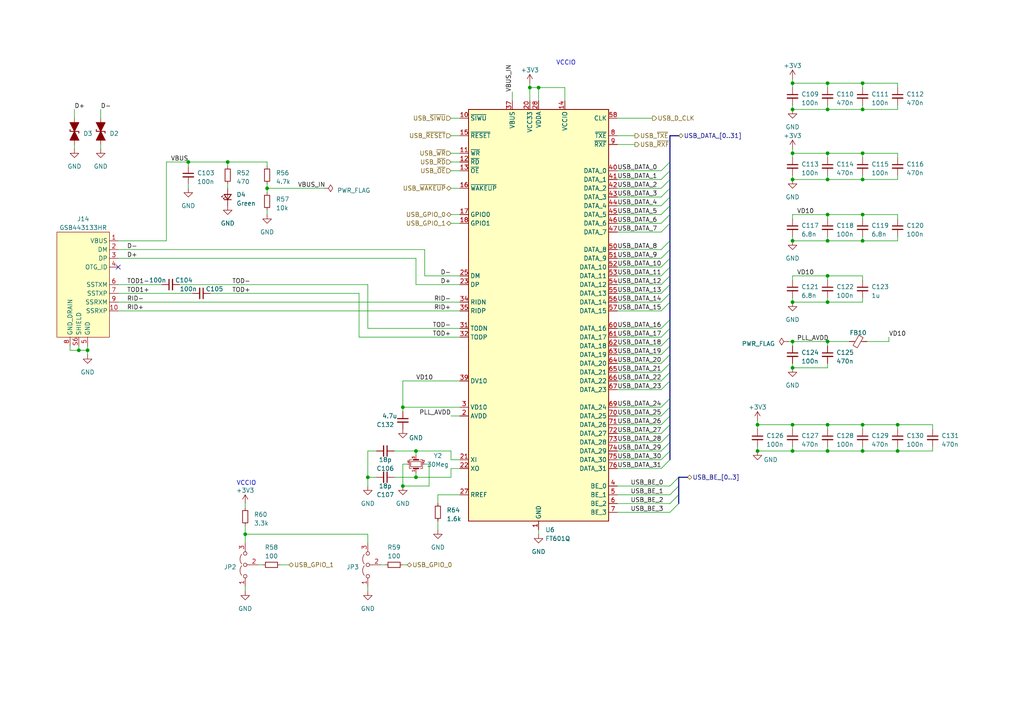
<source format=kicad_sch>
(kicad_sch (version 20250114) (generator "eeschema") (generator_version "9.0")
  (paper "A4")
  (lib_symbols
    (symbol "BioMEMS:GSB443133HR"
      (property "Reference" "J" (at 0 0 0))
      (property "Value" "GSB443133HR" (at 0 0 0))
      (symbol "GSB443133HR_1_1"
        (rectangle (start -7.62 -1.27) (end 7.62 -31.75) (fill (type background)))
        (pin bidirectional line (at -3.81 -34.29 90) (length 2.54) (name "GND_DRAIN") (number "8"))
        (pin passive line (at -1.27 -34.29 180) (length 0) (hide yes) (name "SHIELD") (number "S1"))
        (pin passive line (at -1.27 -34.29 180) (length 0) (hide yes) (name "SHIELD") (number "S2"))
        (pin passive line (at -1.27 -34.29 180) (length 0) (hide yes) (name "SHIELD") (number "S3"))
        (pin passive line (at -1.27 -34.29 180) (length 0) (hide yes) (name "SHIELD") (number "S4"))
        (pin passive line (at -1.27 -34.29 180) (length 0) (hide yes) (name "SHIELD") (number "S5"))
        (pin passive line (at -1.27 -34.29 90) (length 2.54) (name "SHIELD") (number "S6"))
        (pin bidirectional line (at 1.27 -34.29 90) (length 2.54) (name "GND") (number "5"))
        (pin power_out line (at 10.16 -3.81 180) (length 2.54) (name "VBUS") (number "1"))
        (pin bidirectional line (at 10.16 -6.35 180) (length 2.54) (name "DM") (number "2"))
        (pin bidirectional line (at 10.16 -8.89 180) (length 2.54) (name "DP") (number "3"))
        (pin bidirectional line (at 10.16 -11.43 180) (length 2.54) (name "OTG_ID") (number "4"))
        (pin bidirectional line (at 10.16 -16.51 180) (length 2.54) (name "SSTXM") (number "6"))
        (pin bidirectional line (at 10.16 -19.05 180) (length 2.54) (name "SSTXP") (number "7"))
        (pin bidirectional line (at 10.16 -21.59 180) (length 2.54) (name "SSRXM") (number "9"))
        (pin bidirectional line (at 10.16 -24.13 180) (length 2.54) (name "SSRXP") (number "10"))
      )
    )
    (symbol "Device:C_Small" (pin_numbers (hide yes)) (pin_names (offset 0.254) (hide yes))
      (property "Reference" "C" (at 0.254 1.778 0))
      (property "Value" "C_Small" (at 0.254 -2.032 0))
      (symbol "C_Small_0_1"
        (polyline (pts (xy -1.524 0.508) (xy 1.524 0.508)) (stroke (width 0.3048)))
        (polyline (pts (xy -1.524 -0.508) (xy 1.524 -0.508)) (stroke (width 0.3302)))
      )
      (symbol "C_Small_1_1"
        (pin passive line (at 0 2.54 270) (length 2.032) (name "~") (number "1"))
        (pin passive line (at 0 -2.54 90) (length 2.032) (name "~") (number "2"))
      )
    )
    (symbol "Device:Crystal_GND24_Small" (pin_names (offset 1.016) (hide yes))
      (property "Reference" "Y" (at 1.27 4.445 0))
      (property "Value" "Crystal_GND24_Small" (at 1.27 2.54 0))
      (symbol "Crystal_GND24_Small_0_1"
        (polyline (pts (xy -1.27 1.27) (xy -1.27 1.905) (xy 1.27 1.905) (xy 1.27 1.27)))
        (polyline (pts (xy -1.27 -0.762) (xy -1.27 0.762)) (stroke (width 0.381)))
        (polyline (pts (xy -1.27 -1.27) (xy -1.27 -1.905) (xy 1.27 -1.905) (xy 1.27 -1.27)))
        (rectangle (start -0.762 -1.524) (end 0.762 1.524))
        (polyline (pts (xy 1.27 -0.762) (xy 1.27 0.762)) (stroke (width 0.381)))
      )
      (symbol "Crystal_GND24_Small_1_1"
        (pin passive line (at -2.54 0 0) (length 1.27) (name "1") (number "1"))
        (pin passive line (at 0 2.54 270) (length 0.635) (name "4") (number "4"))
        (pin passive line (at 0 -2.54 90) (length 0.635) (name "2") (number "2"))
        (pin passive line (at 2.54 0 180) (length 1.27) (name "3") (number "3"))
      )
    )
    (symbol "Device:D_TVS_Filled" (pin_numbers (hide yes)) (pin_names (offset 1.016) (hide yes))
      (property "Reference" "D" (at 0 2.54 0))
      (property "Value" "D_TVS_Filled" (at 0 -2.54 0))
      (symbol "D_TVS_Filled_0_1"
        (polyline (pts (xy -2.54 -1.27) (xy 0 0) (xy -2.54 1.27) (xy -2.54 -1.27)) (stroke (width 0.254)) (fill (type outline)))
        (polyline (pts (xy 0.508 1.27) (xy 0 1.27) (xy 0 -1.27) (xy -0.508 -1.27)) (stroke (width 0.254)))
        (polyline (pts (xy 1.27 0) (xy -1.27 0)))
        (polyline (pts (xy 2.54 1.27) (xy 2.54 -1.27) (xy 0 0) (xy 2.54 1.27)) (stroke (width 0.254)) (fill (type outline)))
      )
      (symbol "D_TVS_Filled_1_1"
        (pin passive line (at -3.81 0 0) (length 2.54) (name "A1") (number "1"))
        (pin passive line (at 3.81 0 180) (length 2.54) (name "A2") (number "2"))
      )
    )
    (symbol "Device:FerriteBead_Small" (pin_numbers (hide yes)) (pin_names (offset 0))
      (property "Reference" "FB" (at 1.905 1.27 0))
      (property "Value" "FerriteBead_Small" (at 1.905 -1.27 0))
      (symbol "FerriteBead_Small_0_1"
        (polyline (pts (xy -1.8288 0.2794) (xy -1.1176 1.4986) (xy 1.8288 -0.2032) (xy 1.1176 -1.4224) (xy -1.8288 0.2794)))
        (polyline (pts (xy 0 0.889) (xy 0 1.2954)))
        (polyline (pts (xy 0 -1.27) (xy 0 -0.7874)))
      )
      (symbol "FerriteBead_Small_1_1"
        (pin passive line (at 0 2.54 270) (length 1.27) (name "~") (number "1"))
        (pin passive line (at 0 -2.54 90) (length 1.27) (name "~") (number "2"))
      )
    )
    (symbol "Device:LED_Small" (pin_numbers (hide yes)) (pin_names (offset 0.254) (hide yes))
      (property "Reference" "D" (at -1.27 3.175 0))
      (property "Value" "LED_Small" (at -4.445 -2.54 0))
      (symbol "LED_Small_0_1"
        (polyline (pts (xy -0.762 -1.016) (xy -0.762 1.016)) (stroke (width 0.254)))
        (polyline (pts (xy 0 0.762) (xy -0.508 1.27) (xy -0.254 1.27) (xy -0.508 1.27) (xy -0.508 1.016)))
        (polyline (pts (xy 0.508 1.27) (xy 0 1.778) (xy 0.254 1.778) (xy 0 1.778) (xy 0 1.524)))
        (polyline (pts (xy 0.762 -1.016) (xy -0.762 0) (xy 0.762 1.016) (xy 0.762 -1.016)) (stroke (width 0.254)))
        (polyline (pts (xy 1.016 0) (xy -0.762 0)))
      )
      (symbol "LED_Small_1_1"
        (pin passive line (at -2.54 0 0) (length 1.778) (name "K") (number "1"))
        (pin passive line (at 2.54 0 180) (length 1.778) (name "A") (number "2"))
      )
    )
    (symbol "Device:R_Small" (pin_numbers (hide yes)) (pin_names (offset 0.254) (hide yes))
      (property "Reference" "R" (at 0.762 0.508 0))
      (property "Value" "R_Small" (at 0.762 -1.016 0))
      (symbol "R_Small_0_1"
        (rectangle (start -0.762 1.778) (end 0.762 -1.778) (stroke (width 0.2032)))
      )
      (symbol "R_Small_1_1"
        (pin passive line (at 0 2.54 270) (length 0.762) (name "~") (number "1"))
        (pin passive line (at 0 -2.54 90) (length 0.762) (name "~") (number "2"))
      )
    )
    (symbol "Interface_USB:FT601Q"
      (property "Reference" "U" (at -19.05 62.23 0))
      (property "Value" "FT601Q" (at 16.51 62.23 0))
      (symbol "FT601Q_0_1"
        (rectangle (start -20.32 60.96) (end 20.32 -58.42) (stroke (width 0.254)) (fill (type background)))
      )
      (symbol "FT601Q_1_1"
        (pin input line (at -22.86 58.42 0) (length 2.54) (name "~{SIWU}") (number "10"))
        (pin input line (at -22.86 53.34 0) (length 2.54) (name "~{RESET}") (number "15"))
        (pin input line (at -22.86 48.26 0) (length 2.54) (name "~{WR}") (number "11"))
        (pin input line (at -22.86 45.72 0) (length 2.54) (name "~{RD}") (number "12"))
        (pin input line (at -22.86 43.18 0) (length 2.54) (name "~{OE}") (number "13"))
        (pin bidirectional line (at -22.86 38.1 0) (length 2.54) (name "~{WAKEUP}") (number "16"))
        (pin bidirectional line (at -22.86 30.48 0) (length 2.54) (name "GPIO0") (number "17"))
        (pin bidirectional line (at -22.86 27.94 0) (length 2.54) (name "GPIO1") (number "18"))
        (pin bidirectional line (at -22.86 12.7 0) (length 2.54) (name "DM") (number "25"))
        (pin bidirectional line (at -22.86 10.16 0) (length 2.54) (name "DP") (number "23"))
        (pin input line (at -22.86 5.08 0) (length 2.54) (name "RIDN") (number "34"))
        (pin input line (at -22.86 2.54 0) (length 2.54) (name "RIDP") (number "35"))
        (pin output line (at -22.86 -2.54 0) (length 2.54) (name "TODN") (number "31"))
        (pin output line (at -22.86 -5.08 0) (length 2.54) (name "TODP") (number "32"))
        (pin power_out line (at -22.86 -17.78 0) (length 2.54) (name "DV10") (number "39"))
        (pin power_in line (at -22.86 -25.4 0) (length 2.54) (name "VD10") (number "3"))
        (pin passive line (at -22.86 -25.4 0) (length 2.54) (hide yes) (name "VD10") (number "30"))
        (pin passive line (at -22.86 -25.4 0) (length 2.54) (hide yes) (name "VD10") (number "33"))
        (pin passive line (at -22.86 -25.4 0) (length 2.54) (hide yes) (name "VD10") (number "48"))
        (pin power_in line (at -22.86 -27.94 0) (length 2.54) (name "AVDD") (number "2"))
        (pin input line (at -22.86 -40.64 0) (length 2.54) (name "XI") (number "21"))
        (pin output line (at -22.86 -43.18 0) (length 2.54) (name "XO") (number "22"))
        (pin input line (at -22.86 -50.8 0) (length 2.54) (name "RREF") (number "27"))
        (pin no_connect line (at -20.32 -48.26 0) (length 2.54) (hide yes) (name "Reserved") (number "19"))
        (pin power_in line (at -7.62 63.5 270) (length 2.54) (name "VBUS") (number "37"))
        (pin power_in line (at -2.54 63.5 270) (length 2.54) (name "VCC33") (number "20"))
        (pin passive line (at -2.54 63.5 270) (length 2.54) (hide yes) (name "VCC33") (number "24"))
        (pin passive line (at -2.54 63.5 270) (length 2.54) (hide yes) (name "VCC33") (number "38"))
        (pin power_in line (at 0 63.5 270) (length 2.54) (name "VDDA") (number "28"))
        (pin power_in line (at 0 -60.96 90) (length 2.54) (name "GND") (number "1"))
        (pin passive line (at 0 -60.96 90) (length 2.54) (hide yes) (name "GND") (number "26"))
        (pin passive line (at 0 -60.96 90) (length 2.54) (hide yes) (name "GND") (number "29"))
        (pin passive line (at 0 -60.96 90) (length 2.54) (hide yes) (name "GND") (number "36"))
        (pin passive line (at 0 -60.96 90) (length 2.54) (hide yes) (name "GND") (number "77"))
        (pin power_in line (at 7.62 63.5 270) (length 2.54) (name "VCCIO") (number "14"))
        (pin passive line (at 7.62 63.5 270) (length 2.54) (hide yes) (name "VCCIO") (number "49"))
        (pin passive line (at 7.62 63.5 270) (length 2.54) (hide yes) (name "VCCIO") (number "59"))
        (pin passive line (at 7.62 63.5 270) (length 2.54) (hide yes) (name "VCCIO") (number "68"))
        (pin output line (at 22.86 58.42 180) (length 2.54) (name "CLK") (number "58"))
        (pin output line (at 22.86 53.34 180) (length 2.54) (name "~{TXE}") (number "8"))
        (pin output line (at 22.86 50.8 180) (length 2.54) (name "~{RXF}") (number "9"))
        (pin bidirectional line (at 22.86 43.18 180) (length 2.54) (name "DATA_0") (number "40"))
        (pin bidirectional line (at 22.86 40.64 180) (length 2.54) (name "DATA_1") (number "41"))
        (pin bidirectional line (at 22.86 38.1 180) (length 2.54) (name "DATA_2") (number "42"))
        (pin bidirectional line (at 22.86 35.56 180) (length 2.54) (name "DATA_3") (number "43"))
        (pin bidirectional line (at 22.86 33.02 180) (length 2.54) (name "DATA_4") (number "44"))
        (pin bidirectional line (at 22.86 30.48 180) (length 2.54) (name "DATA_5") (number "45"))
        (pin bidirectional line (at 22.86 27.94 180) (length 2.54) (name "DATA_6") (number "46"))
        (pin bidirectional line (at 22.86 25.4 180) (length 2.54) (name "DATA_7") (number "47"))
        (pin bidirectional line (at 22.86 20.32 180) (length 2.54) (name "DATA_8") (number "50"))
        (pin bidirectional line (at 22.86 17.78 180) (length 2.54) (name "DATA_9") (number "51"))
        (pin bidirectional line (at 22.86 15.24 180) (length 2.54) (name "DATA_10") (number "52"))
        (pin bidirectional line (at 22.86 12.7 180) (length 2.54) (name "DATA_11") (number "53"))
        (pin bidirectional line (at 22.86 10.16 180) (length 2.54) (name "DATA_12") (number "54"))
        (pin bidirectional line (at 22.86 7.62 180) (length 2.54) (name "DATA_13") (number "55"))
        (pin bidirectional line (at 22.86 5.08 180) (length 2.54) (name "DATA_14") (number "56"))
        (pin bidirectional line (at 22.86 2.54 180) (length 2.54) (name "DATA_15") (number "57"))
        (pin bidirectional line (at 22.86 -2.54 180) (length 2.54) (name "DATA_16") (number "60"))
        (pin bidirectional line (at 22.86 -5.08 180) (length 2.54) (name "DATA_17") (number "61"))
        (pin bidirectional line (at 22.86 -7.62 180) (length 2.54) (name "DATA_18") (number "62"))
        (pin bidirectional line (at 22.86 -10.16 180) (length 2.54) (name "DATA_19") (number "63"))
        (pin bidirectional line (at 22.86 -12.7 180) (length 2.54) (name "DATA_20") (number "64"))
        (pin bidirectional line (at 22.86 -15.24 180) (length 2.54) (name "DATA_21") (number "65"))
        (pin bidirectional line (at 22.86 -17.78 180) (length 2.54) (name "DATA_22") (number "66"))
        (pin bidirectional line (at 22.86 -20.32 180) (length 2.54) (name "DATA_23") (number "67"))
        (pin bidirectional line (at 22.86 -25.4 180) (length 2.54) (name "DATA_24") (number "69"))
        (pin bidirectional line (at 22.86 -27.94 180) (length 2.54) (name "DATA_25") (number "70"))
        (pin bidirectional line (at 22.86 -30.48 180) (length 2.54) (name "DATA_26") (number "71"))
        (pin bidirectional line (at 22.86 -33.02 180) (length 2.54) (name "DATA_27") (number "72"))
        (pin bidirectional line (at 22.86 -35.56 180) (length 2.54) (name "DATA_28") (number "73"))
        (pin bidirectional line (at 22.86 -38.1 180) (length 2.54) (name "DATA_29") (number "74"))
        (pin bidirectional line (at 22.86 -40.64 180) (length 2.54) (name "DATA_30") (number "75"))
        (pin bidirectional line (at 22.86 -43.18 180) (length 2.54) (name "DATA_31") (number "76"))
        (pin bidirectional line (at 22.86 -48.26 180) (length 2.54) (name "BE_0") (number "4"))
        (pin bidirectional line (at 22.86 -50.8 180) (length 2.54) (name "BE_1") (number "5"))
        (pin bidirectional line (at 22.86 -53.34 180) (length 2.54) (name "BE_2") (number "6"))
        (pin bidirectional line (at 22.86 -55.88 180) (length 2.54) (name "BE_3") (number "7"))
      )
    )
    (symbol "Jumper:Jumper_3_Open" (pin_names (offset 0) (hide yes))
      (property "Reference" "JP" (at -2.54 -2.54 0))
      (property "Value" "Jumper_3_Open" (at 0 2.794 0))
      (symbol "Jumper_3_Open_0_0"
        (circle (center -3.302 0) (radius 0.508))
        (circle (center 0 0) (radius 0.508))
        (circle (center 3.302 0) (radius 0.508))
      )
      (symbol "Jumper_3_Open_0_1"
        (arc (start -3.048 1.016) (mid -1.651 1.4992) (end -0.254 1.016))
        (polyline (pts (xy 0 -0.508) (xy 0 -1.27)))
        (arc (start 0.254 1.016) (mid 1.651 1.4992) (end 3.048 1.016))
      )
      (symbol "Jumper_3_Open_1_1"
        (pin passive line (at -6.35 0 0) (length 2.54) (name "A") (number "1"))
        (pin passive line (at 0 -3.81 90) (length 2.54) (name "C") (number "2"))
        (pin passive line (at 6.35 0 180) (length 2.54) (name "B") (number "3"))
      )
    )
    (symbol "power:+3V3" (power) (pin_names (offset 0))
      (property "Value" "+3V3" (at 0 3.556 0))
      (symbol "+3V3_0_1"
        (polyline (pts (xy -0.762 1.27) (xy 0 2.54)))
        (polyline (pts (xy 0 2.54) (xy 0.762 1.27)))
        (polyline (pts (xy 0 0) (xy 0 2.54)))
      )
      (symbol "+3V3_1_1"
        (pin power_in line (at 0 0 90) (length 0) (hide yes) (name "+3V3") (number "1"))
      )
    )
    (symbol "power:GND" (power) (pin_names (offset 0))
      (property "Value" "GND" (at 0 -3.81 0))
      (symbol "GND_0_1"
        (polyline (pts (xy 0 0) (xy 0 -1.27) (xy 1.27 -1.27) (xy 0 -2.54) (xy -1.27 -1.27) (xy 0 -1.27)))
      )
      (symbol "GND_1_1"
        (pin power_in line (at 0 0 270) (length 0) (hide yes) (name "GND") (number "1"))
      )
    )
    (symbol "power:PWR_FLAG" (power) (pin_numbers (hide yes)) (pin_names (offset 0) (hide yes))
      (property "Value" "PWR_FLAG" (at 0 3.81 0))
      (symbol "PWR_FLAG_0_0"
        (pin power_out line (at 0 0 90) (length 0) (name "pwr") (number "1"))
      )
      (symbol "PWR_FLAG_0_1"
        (polyline (pts (xy 0 0) (xy 0 1.27) (xy -1.016 1.905) (xy 0 2.54) (xy 1.016 1.905) (xy 0 1.27)))
      )
    )
  )
  (text "VCCIO" (at 68.58 140.97 0) (effects (font (size 1.27 1.27)) (justify left bottom)))
  (text "VCCIO" (at 161.29 19.05 0) (effects (font (size 1.27 1.27)) (justify left bottom)))
  (junction (at 229.87 87.63))
  (junction (at 71.12 154.94))
  (junction (at 229.87 123.19))
  (junction (at 66.04 46.99))
  (junction (at 120.65 130.81))
  (junction (at 219.71 123.19))
  (junction (at 260.35 130.81))
  (junction (at 116.84 140.97))
  (junction (at 229.87 31.75))
  (junction (at 240.03 52.07))
  (junction (at 240.03 80.01))
  (junction (at 156.21 25.4))
  (junction (at 250.19 52.07))
  (junction (at 229.87 99.06))
  (junction (at 240.03 62.23))
  (junction (at 219.71 130.81))
  (junction (at 240.03 87.63))
  (junction (at 250.19 62.23))
  (junction (at 106.68 138.43))
  (junction (at 250.19 123.19))
  (junction (at 250.19 31.75))
  (junction (at 250.19 69.85))
  (junction (at 250.19 44.45))
  (junction (at 240.03 99.06))
  (junction (at 240.03 69.85))
  (junction (at 116.84 118.11))
  (junction (at 229.87 130.81))
  (junction (at 240.03 24.13))
  (junction (at 25.4 101.6))
  (junction (at 54.61 46.99))
  (junction (at 250.19 24.13))
  (junction (at 229.87 106.68))
  (junction (at 240.03 44.45))
  (junction (at 250.19 130.81))
  (junction (at 120.65 138.43))
  (junction (at 240.03 130.81))
  (junction (at 240.03 31.75))
  (junction (at 229.87 69.85))
  (junction (at 260.35 123.19))
  (junction (at 153.67 25.4))
  (junction (at 77.47 54.61))
  (junction (at 229.87 52.07))
  (junction (at 240.03 123.19))
  (junction (at 229.87 24.13))
  (junction (at 22.86 101.6))
  (junction (at 229.87 44.45))
  (no_connect (at 34.29 77.47))
  (bus_entry (at 191.77 110.49) (size 2.54 -2.54))
  (bus_entry (at 191.77 105.41) (size 2.54 -2.54))
  (bus_entry (at 191.77 100.33) (size 2.54 -2.54))
  (bus_entry (at 191.77 77.47) (size 2.54 -2.54))
  (bus_entry (at 191.77 133.35) (size 2.54 -2.54))
  (bus_entry (at 191.77 90.17) (size 2.54 -2.54))
  (bus_entry (at 191.77 120.65) (size 2.54 -2.54))
  (bus_entry (at 194.31 140.97) (size 2.54 -2.54))
  (bus_entry (at 191.77 95.25) (size 2.54 -2.54))
  (bus_entry (at 194.31 148.59) (size 2.54 -2.54))
  (bus_entry (at 191.77 54.61) (size 2.54 -2.54))
  (bus_entry (at 191.77 62.23) (size 2.54 -2.54))
  (bus_entry (at 191.77 97.79) (size 2.54 -2.54))
  (bus_entry (at 191.77 57.15) (size 2.54 -2.54))
  (bus_entry (at 191.77 135.89) (size 2.54 -2.54))
  (bus_entry (at 191.77 80.01) (size 2.54 -2.54))
  (bus_entry (at 191.77 118.11) (size 2.54 -2.54))
  (bus_entry (at 191.77 123.19) (size 2.54 -2.54))
  (bus_entry (at 191.77 107.95) (size 2.54 -2.54))
  (bus_entry (at 191.77 125.73) (size 2.54 -2.54))
  (bus_entry (at 191.77 85.09) (size 2.54 -2.54))
  (bus_entry (at 191.77 87.63) (size 2.54 -2.54))
  (bus_entry (at 191.77 113.03) (size 2.54 -2.54))
  (bus_entry (at 194.31 143.51) (size 2.54 -2.54))
  (bus_entry (at 191.77 49.53) (size 2.54 -2.54))
  (bus_entry (at 191.77 74.93) (size 2.54 -2.54))
  (bus_entry (at 191.77 52.07) (size 2.54 -2.54))
  (bus_entry (at 191.77 67.31) (size 2.54 -2.54))
  (bus_entry (at 191.77 59.69) (size 2.54 -2.54))
  (bus_entry (at 194.31 146.05) (size 2.54 -2.54))
  (bus_entry (at 191.77 130.81) (size 2.54 -2.54))
  (bus_entry (at 191.77 82.55) (size 2.54 -2.54))
  (bus_entry (at 191.77 64.77) (size 2.54 -2.54))
  (bus_entry (at 191.77 128.27) (size 2.54 -2.54))
  (bus_entry (at 191.77 102.87) (size 2.54 -2.54))
  (bus_entry (at 191.77 72.39) (size 2.54 -2.54))
  (wire (pts (xy 179.07 146.05) (xy 194.31 146.05)))
  (bus (pts (xy 194.31 46.99) (xy 194.31 39.37)))
  (wire (pts (xy 179.07 90.17) (xy 191.77 90.17)))
  (wire (pts (xy 250.19 31.75) (xy 260.35 31.75)))
  (wire (pts (xy 257.81 97.79) (xy 257.81 99.06)))
  (wire (pts (xy 179.07 49.53) (xy 191.77 49.53)))
  (wire (pts (xy 260.35 123.19) (xy 260.35 124.46)))
  (wire (pts (xy 179.07 100.33) (xy 191.77 100.33)))
  (wire (pts (xy 66.04 48.26) (xy 66.04 46.99)))
  (wire (pts (xy 127 143.51) (xy 127 146.05)))
  (bus (pts (xy 194.31 87.63) (xy 194.31 85.09)))
  (wire (pts (xy 250.19 80.01) (xy 250.19 81.28)))
  (wire (pts (xy 66.04 53.34) (xy 66.04 54.61)))
  (wire (pts (xy 229.87 86.36) (xy 229.87 87.63)))
  (wire (pts (xy 21.59 41.91) (xy 21.59 43.18)))
  (bus (pts (xy 194.31 52.07) (xy 194.31 49.53)))
  (wire (pts (xy 130.81 135.89) (xy 130.81 138.43)))
  (wire (pts (xy 240.03 123.19) (xy 250.19 123.19)))
  (wire (pts (xy 71.12 146.05) (xy 71.12 147.32)))
  (wire (pts (xy 179.07 102.87) (xy 191.77 102.87)))
  (wire (pts (xy 240.03 31.75) (xy 250.19 31.75)))
  (wire (pts (xy 153.67 24.13) (xy 153.67 25.4)))
  (wire (pts (xy 106.68 154.94) (xy 71.12 154.94)))
  (wire (pts (xy 29.21 41.91) (xy 29.21 43.18)))
  (wire (pts (xy 179.07 59.69) (xy 191.77 59.69)))
  (wire (pts (xy 120.65 82.55) (xy 120.65 74.93)))
  (wire (pts (xy 250.19 24.13) (xy 260.35 24.13)))
  (bus (pts (xy 194.31 57.15) (xy 194.31 54.61)))
  (wire (pts (xy 240.03 62.23) (xy 250.19 62.23)))
  (wire (pts (xy 179.07 67.31) (xy 191.77 67.31)))
  (wire (pts (xy 71.12 154.94) (xy 71.12 157.48)))
  (wire (pts (xy 179.07 128.27) (xy 191.77 128.27)))
  (wire (pts (xy 156.21 25.4) (xy 163.83 25.4)))
  (wire (pts (xy 260.35 24.13) (xy 260.35 25.4)))
  (wire (pts (xy 133.35 110.49) (xy 116.84 110.49)))
  (bus (pts (xy 194.31 118.11) (xy 194.31 115.57)))
  (bus (pts (xy 194.31 110.49) (xy 194.31 107.95)))
  (wire (pts (xy 179.07 133.35) (xy 191.77 133.35)))
  (wire (pts (xy 240.03 105.41) (xy 240.03 106.68)))
  (wire (pts (xy 240.03 44.45) (xy 250.19 44.45)))
  (wire (pts (xy 120.65 137.16) (xy 120.65 138.43)))
  (bus (pts (xy 194.31 69.85) (xy 194.31 64.77)))
  (wire (pts (xy 120.65 130.81) (xy 130.81 130.81)))
  (wire (pts (xy 179.07 120.65) (xy 191.77 120.65)))
  (wire (pts (xy 260.35 69.85) (xy 260.35 68.58)))
  (wire (pts (xy 34.29 90.17) (xy 133.35 90.17)))
  (wire (pts (xy 179.07 72.39) (xy 191.77 72.39)))
  (bus (pts (xy 194.31 97.79) (xy 194.31 95.25)))
  (wire (pts (xy 153.67 25.4) (xy 156.21 25.4)))
  (wire (pts (xy 229.87 62.23) (xy 240.03 62.23)))
  (bus (pts (xy 194.31 77.47) (xy 194.31 74.93)))
  (wire (pts (xy 250.19 52.07) (xy 260.35 52.07)))
  (wire (pts (xy 179.07 125.73) (xy 191.77 125.73)))
  (wire (pts (xy 133.35 143.51) (xy 127 143.51)))
  (wire (pts (xy 179.07 123.19) (xy 191.77 123.19)))
  (wire (pts (xy 229.87 99.06) (xy 229.87 100.33)))
  (wire (pts (xy 133.35 133.35) (xy 130.81 133.35)))
  (wire (pts (xy 106.68 130.81) (xy 106.68 138.43)))
  (wire (pts (xy 179.07 80.01) (xy 191.77 80.01)))
  (wire (pts (xy 20.32 101.6) (xy 22.86 101.6)))
  (wire (pts (xy 240.03 62.23) (xy 240.03 63.5)))
  (wire (pts (xy 229.87 62.23) (xy 229.87 63.5)))
  (wire (pts (xy 77.47 54.61) (xy 77.47 55.88)))
  (wire (pts (xy 54.61 53.34) (xy 54.61 54.61)))
  (wire (pts (xy 71.12 170.18) (xy 71.12 171.45)))
  (wire (pts (xy 54.61 46.99) (xy 66.04 46.99)))
  (wire (pts (xy 130.81 133.35) (xy 130.81 130.81)))
  (wire (pts (xy 106.68 157.48) (xy 106.68 154.94)))
  (wire (pts (xy 229.87 43.18) (xy 229.87 44.45)))
  (wire (pts (xy 240.03 80.01) (xy 240.03 81.28)))
  (wire (pts (xy 229.87 24.13) (xy 229.87 25.4)))
  (wire (pts (xy 240.03 50.8) (xy 240.03 52.07)))
  (bus (pts (xy 196.85 143.51) (xy 196.85 140.97)))
  (bus (pts (xy 199.39 138.43) (xy 196.85 138.43)))
  (wire (pts (xy 22.86 100.33) (xy 22.86 101.6)))
  (wire (pts (xy 163.83 25.4) (xy 163.83 29.21)))
  (wire (pts (xy 130.81 54.61) (xy 133.35 54.61)))
  (wire (pts (xy 251.46 99.06) (xy 257.81 99.06)))
  (wire (pts (xy 124.46 134.62) (xy 123.19 134.62)))
  (wire (pts (xy 240.03 30.48) (xy 240.03 31.75)))
  (bus (pts (xy 194.31 95.25) (xy 194.31 92.71)))
  (wire (pts (xy 240.03 99.06) (xy 246.38 99.06)))
  (wire (pts (xy 260.35 31.75) (xy 260.35 30.48)))
  (wire (pts (xy 34.29 82.55) (xy 46.99 82.55)))
  (wire (pts (xy 106.68 170.18) (xy 106.68 171.45)))
  (wire (pts (xy 179.07 87.63) (xy 191.77 87.63)))
  (wire (pts (xy 179.07 118.11) (xy 191.77 118.11)))
  (wire (pts (xy 179.07 113.03) (xy 191.77 113.03)))
  (wire (pts (xy 240.03 52.07) (xy 250.19 52.07)))
  (wire (pts (xy 81.28 163.83) (xy 83.82 163.83)))
  (wire (pts (xy 179.07 62.23) (xy 191.77 62.23)))
  (wire (pts (xy 270.51 123.19) (xy 270.51 124.46)))
  (wire (pts (xy 77.47 53.34) (xy 77.47 54.61)))
  (wire (pts (xy 260.35 130.81) (xy 270.51 130.81)))
  (wire (pts (xy 114.3 138.43) (xy 120.65 138.43)))
  (wire (pts (xy 229.87 69.85) (xy 240.03 69.85)))
  (wire (pts (xy 229.87 105.41) (xy 229.87 106.68)))
  (wire (pts (xy 77.47 46.99) (xy 77.47 48.26)))
  (wire (pts (xy 106.68 138.43) (xy 109.22 138.43)))
  (bus (pts (xy 194.31 82.55) (xy 194.31 80.01)))
  (bus (pts (xy 194.31 62.23) (xy 194.31 59.69)))
  (wire (pts (xy 130.81 62.23) (xy 133.35 62.23)))
  (wire (pts (xy 179.07 110.49) (xy 191.77 110.49)))
  (wire (pts (xy 148.59 26.67) (xy 148.59 29.21)))
  (bus (pts (xy 194.31 120.65) (xy 194.31 118.11)))
  (wire (pts (xy 179.07 107.95) (xy 191.77 107.95)))
  (wire (pts (xy 229.87 31.75) (xy 240.03 31.75)))
  (wire (pts (xy 240.03 24.13) (xy 250.19 24.13)))
  (wire (pts (xy 153.67 25.4) (xy 153.67 29.21)))
  (wire (pts (xy 219.71 130.81) (xy 229.87 130.81)))
  (wire (pts (xy 229.87 106.68) (xy 240.03 106.68)))
  (wire (pts (xy 250.19 69.85) (xy 260.35 69.85)))
  (wire (pts (xy 240.03 80.01) (xy 250.19 80.01)))
  (wire (pts (xy 179.07 135.89) (xy 191.77 135.89)))
  (wire (pts (xy 240.03 129.54) (xy 240.03 130.81)))
  (wire (pts (xy 250.19 130.81) (xy 260.35 130.81)))
  (wire (pts (xy 179.07 148.59) (xy 194.31 148.59)))
  (wire (pts (xy 250.19 62.23) (xy 250.19 63.5)))
  (wire (pts (xy 25.4 100.33) (xy 25.4 101.6)))
  (bus (pts (xy 194.31 39.37) (xy 196.85 39.37)))
  (wire (pts (xy 130.81 64.77) (xy 133.35 64.77)))
  (wire (pts (xy 250.19 62.23) (xy 260.35 62.23)))
  (wire (pts (xy 109.22 130.81) (xy 106.68 130.81)))
  (wire (pts (xy 250.19 30.48) (xy 250.19 31.75)))
  (wire (pts (xy 116.84 110.49) (xy 116.84 118.11)))
  (wire (pts (xy 133.35 118.11) (xy 116.84 118.11)))
  (wire (pts (xy 229.87 123.19) (xy 240.03 123.19)))
  (wire (pts (xy 179.07 74.93) (xy 191.77 74.93)))
  (bus (pts (xy 194.31 64.77) (xy 194.31 62.23)))
  (wire (pts (xy 260.35 123.19) (xy 270.51 123.19)))
  (bus (pts (xy 194.31 107.95) (xy 194.31 105.41)))
  (wire (pts (xy 250.19 86.36) (xy 250.19 87.63)))
  (wire (pts (xy 250.19 24.13) (xy 250.19 25.4)))
  (wire (pts (xy 229.87 44.45) (xy 240.03 44.45)))
  (wire (pts (xy 229.87 87.63) (xy 240.03 87.63)))
  (wire (pts (xy 229.87 129.54) (xy 229.87 130.81)))
  (wire (pts (xy 116.84 118.11) (xy 116.84 119.38)))
  (bus (pts (xy 194.31 54.61) (xy 194.31 52.07)))
  (bus (pts (xy 194.31 85.09) (xy 194.31 82.55)))
  (wire (pts (xy 229.87 44.45) (xy 229.87 45.72)))
  (wire (pts (xy 179.07 57.15) (xy 191.77 57.15)))
  (wire (pts (xy 34.29 74.93) (xy 120.65 74.93)))
  (wire (pts (xy 127 151.13) (xy 127 153.67)))
  (bus (pts (xy 194.31 80.01) (xy 194.31 77.47)))
  (wire (pts (xy 106.68 82.55) (xy 106.68 95.25)))
  (wire (pts (xy 77.47 54.61) (xy 93.98 54.61)))
  (bus (pts (xy 194.31 115.57) (xy 194.31 110.49)))
  (wire (pts (xy 116.84 140.97) (xy 124.46 140.97)))
  (wire (pts (xy 179.07 105.41) (xy 191.77 105.41)))
  (wire (pts (xy 179.07 77.47) (xy 191.77 77.47)))
  (wire (pts (xy 260.35 52.07) (xy 260.35 50.8)))
  (wire (pts (xy 229.87 80.01) (xy 229.87 81.28)))
  (wire (pts (xy 179.07 52.07) (xy 191.77 52.07)))
  (wire (pts (xy 66.04 46.99) (xy 77.47 46.99)))
  (wire (pts (xy 228.6 99.06) (xy 229.87 99.06)))
  (wire (pts (xy 240.03 130.81) (xy 250.19 130.81)))
  (wire (pts (xy 250.19 130.81) (xy 250.19 129.54)))
  (wire (pts (xy 179.07 82.55) (xy 191.77 82.55)))
  (wire (pts (xy 71.12 152.4) (xy 71.12 154.94)))
  (wire (pts (xy 54.61 48.26) (xy 54.61 46.99)))
  (wire (pts (xy 120.65 138.43) (xy 130.81 138.43)))
  (wire (pts (xy 229.87 30.48) (xy 229.87 31.75)))
  (wire (pts (xy 52.07 82.55) (xy 106.68 82.55)))
  (bus (pts (xy 194.31 72.39) (xy 194.31 69.85)))
  (wire (pts (xy 118.11 134.62) (xy 116.84 134.62)))
  (bus (pts (xy 194.31 92.71) (xy 194.31 87.63)))
  (wire (pts (xy 48.26 69.85) (xy 34.29 69.85)))
  (wire (pts (xy 123.19 72.39) (xy 123.19 80.01)))
  (wire (pts (xy 229.87 99.06) (xy 240.03 99.06)))
  (bus (pts (xy 194.31 59.69) (xy 194.31 57.15)))
  (wire (pts (xy 179.07 54.61) (xy 191.77 54.61)))
  (wire (pts (xy 240.03 86.36) (xy 240.03 87.63)))
  (wire (pts (xy 179.07 95.25) (xy 191.77 95.25)))
  (wire (pts (xy 104.14 97.79) (xy 133.35 97.79)))
  (wire (pts (xy 219.71 123.19) (xy 229.87 123.19)))
  (wire (pts (xy 124.46 140.97) (xy 124.46 134.62)))
  (bus (pts (xy 194.31 49.53) (xy 194.31 46.99)))
  (wire (pts (xy 130.81 120.65) (xy 133.35 120.65)))
  (wire (pts (xy 229.87 68.58) (xy 229.87 69.85)))
  (wire (pts (xy 179.07 140.97) (xy 194.31 140.97)))
  (bus (pts (xy 194.31 105.41) (xy 194.31 102.87)))
  (bus (pts (xy 194.31 102.87) (xy 194.31 100.33)))
  (wire (pts (xy 22.86 101.6) (xy 25.4 101.6)))
  (wire (pts (xy 156.21 25.4) (xy 156.21 29.21)))
  (wire (pts (xy 110.49 163.83) (xy 111.76 163.83)))
  (wire (pts (xy 240.03 44.45) (xy 240.03 45.72)))
  (wire (pts (xy 260.35 129.54) (xy 260.35 130.81)))
  (wire (pts (xy 130.81 46.99) (xy 133.35 46.99)))
  (wire (pts (xy 240.03 123.19) (xy 240.03 124.46)))
  (wire (pts (xy 260.35 44.45) (xy 260.35 45.72)))
  (wire (pts (xy 229.87 130.81) (xy 240.03 130.81)))
  (wire (pts (xy 116.84 134.62) (xy 116.84 140.97)))
  (bus (pts (xy 194.31 74.93) (xy 194.31 72.39)))
  (wire (pts (xy 250.19 44.45) (xy 250.19 45.72)))
  (wire (pts (xy 219.71 123.19) (xy 219.71 124.46)))
  (wire (pts (xy 179.07 64.77) (xy 191.77 64.77)))
  (wire (pts (xy 250.19 123.19) (xy 260.35 123.19)))
  (wire (pts (xy 21.59 31.75) (xy 21.59 34.29)))
  (wire (pts (xy 179.07 39.37) (xy 184.15 39.37)))
  (wire (pts (xy 240.03 99.06) (xy 240.03 100.33)))
  (wire (pts (xy 60.96 85.09) (xy 104.14 85.09)))
  (bus (pts (xy 194.31 100.33) (xy 194.31 97.79)))
  (wire (pts (xy 179.07 143.51) (xy 194.31 143.51)))
  (wire (pts (xy 25.4 101.6) (xy 25.4 102.87)))
  (bus (pts (xy 194.31 133.35) (xy 194.31 130.81)))
  (wire (pts (xy 106.68 95.25) (xy 133.35 95.25)))
  (wire (pts (xy 106.68 138.43) (xy 106.68 140.97)))
  (wire (pts (xy 74.93 163.83) (xy 76.2 163.83)))
  (bus (pts (xy 196.85 146.05) (xy 196.85 143.51)))
  (wire (pts (xy 179.07 85.09) (xy 191.77 85.09)))
  (wire (pts (xy 179.07 41.91) (xy 184.15 41.91)))
  (wire (pts (xy 114.3 130.81) (xy 120.65 130.81)))
  (bus (pts (xy 194.31 128.27) (xy 194.31 125.73)))
  (wire (pts (xy 48.26 46.99) (xy 48.26 69.85)))
  (wire (pts (xy 240.03 87.63) (xy 250.19 87.63)))
  (wire (pts (xy 104.14 97.79) (xy 104.14 85.09)))
  (wire (pts (xy 123.19 80.01) (xy 133.35 80.01)))
  (wire (pts (xy 29.21 31.75) (xy 29.21 34.29)))
  (wire (pts (xy 130.81 34.29) (xy 133.35 34.29)))
  (wire (pts (xy 130.81 39.37) (xy 133.35 39.37)))
  (bus (pts (xy 194.31 130.81) (xy 194.31 128.27)))
  (wire (pts (xy 20.32 100.33) (xy 20.32 101.6)))
  (wire (pts (xy 77.47 60.96) (xy 77.47 62.23)))
  (wire (pts (xy 34.29 85.09) (xy 55.88 85.09)))
  (wire (pts (xy 229.87 50.8) (xy 229.87 52.07)))
  (wire (pts (xy 250.19 50.8) (xy 250.19 52.07)))
  (wire (pts (xy 34.29 87.63) (xy 133.35 87.63)))
  (wire (pts (xy 130.81 49.53) (xy 133.35 49.53)))
  (wire (pts (xy 116.84 163.83) (xy 118.11 163.83)))
  (wire (pts (xy 240.03 69.85) (xy 250.19 69.85)))
  (bus (pts (xy 194.31 123.19) (xy 194.31 120.65)))
  (wire (pts (xy 229.87 52.07) (xy 240.03 52.07)))
  (wire (pts (xy 229.87 22.86) (xy 229.87 24.13)))
  (wire (pts (xy 179.07 130.81) (xy 191.77 130.81)))
  (wire (pts (xy 250.19 68.58) (xy 250.19 69.85)))
  (wire (pts (xy 229.87 80.01) (xy 240.03 80.01)))
  (wire (pts (xy 130.81 44.45) (xy 133.35 44.45)))
  (wire (pts (xy 240.03 24.13) (xy 240.03 25.4)))
  (wire (pts (xy 250.19 44.45) (xy 260.35 44.45)))
  (bus (pts (xy 196.85 140.97) (xy 196.85 138.43)))
  (wire (pts (xy 34.29 72.39) (xy 123.19 72.39)))
  (wire (pts (xy 156.21 153.67) (xy 156.21 154.94)))
  (wire (pts (xy 250.19 123.19) (xy 250.19 124.46)))
  (wire (pts (xy 260.35 62.23) (xy 260.35 63.5)))
  (wire (pts (xy 179.07 34.29) (xy 189.23 34.29)))
  (wire (pts (xy 120.65 130.81) (xy 120.65 132.08)))
  (wire (pts (xy 229.87 24.13) (xy 240.03 24.13)))
  (bus (pts (xy 194.31 125.73) (xy 194.31 123.19)))
  (wire (pts (xy 120.65 82.55) (xy 133.35 82.55)))
  (wire (pts (xy 179.07 97.79) (xy 191.77 97.79)))
  (wire (pts (xy 229.87 123.19) (xy 229.87 124.46)))
  (wire (pts (xy 240.03 68.58) (xy 240.03 69.85)))
  (wire (pts (xy 54.61 46.99) (xy 48.26 46.99)))
  (wire (pts (xy 133.35 135.89) (xy 130.81 135.89)))
  (wire (pts (xy 219.71 121.92) (xy 219.71 123.19)))
  (wire (pts (xy 219.71 129.54) (xy 219.71 130.81)))
  (wire (pts (xy 270.51 130.81) (xy 270.51 129.54)))
  (label "USB_DATA_12" (at 179.07 82.55 0))
  (label "VD10" (at 120.65 110.49 0))
  (label "USB_DATA_25" (at 179.07 120.65 0))
  (label "USB_DATA_7" (at 179.07 67.31 0))
  (label "VBUS_IN" (at 148.59 26.67 90))
  (label "USB_DATA_15" (at 179.07 90.17 0))
  (label "TOD+" (at 67.31 85.09 0))
  (label "USB_DATA_6" (at 179.07 64.77 0))
  (label "USB_DATA_30" (at 179.07 133.35 0))
  (label "USB_DATA_24" (at 179.07 118.11 0))
  (label "USB_DATA_10" (at 179.07 77.47 0))
  (label "D+" (at 130.81 82.55 180))
  (label "VBUS" (at 49.53 46.99 0))
  (label "TOD1+" (at 36.83 85.09 0))
  (label "RID+" (at 130.81 90.17 180))
  (label "RID+" (at 36.83 90.17 0))
  (label "USB_DATA_19" (at 179.07 102.87 0))
  (label "USB_BE_1" (at 182.88 143.51 0))
  (label "D+" (at 36.83 74.93 0))
  (label "D-" (at 29.21 31.75 0))
  (label "RID-" (at 36.83 87.63 0))
  (label "PLL_AVDD" (at 231.14 99.06 0))
  (label "USB_DATA_16" (at 179.07 95.25 0))
  (label "USB_DATA_22" (at 179.07 110.49 0))
  (label "USB_DATA_9" (at 179.07 74.93 0))
  (label "USB_DATA_23" (at 179.07 113.03 0))
  (label "TOD+" (at 130.81 97.79 180))
  (label "USB_DATA_18" (at 179.07 100.33 0))
  (label "PLL_AVDD" (at 130.81 120.65 180))
  (label "USB_DATA_17" (at 179.07 97.79 0))
  (label "USB_DATA_20" (at 179.07 105.41 0))
  (label "USB_DATA_11" (at 179.07 80.01 0))
  (label "USB_DATA_3" (at 179.07 57.15 0))
  (label "USB_DATA_13" (at 179.07 85.09 0))
  (label "USB_DATA_14" (at 179.07 87.63 0))
  (label "VD10" (at 257.81 97.79 0))
  (label "D-" (at 130.81 80.01 180))
  (label "USB_DATA_27" (at 179.07 125.73 0))
  (label "VBUS_IN" (at 86.36 54.61 0))
  (label "USB_DATA_31" (at 179.07 135.89 0))
  (label "USB_DATA_26" (at 179.07 123.19 0))
  (label "USB_BE_0" (at 182.88 140.97 0))
  (label "VD10" (at 231.14 80.01 0))
  (label "USB_BE_3" (at 182.88 148.59 0))
  (label "USB_BE_2" (at 182.88 146.05 0))
  (label "USB_DATA_28" (at 179.07 128.27 0))
  (label "VD10" (at 231.14 62.23 0))
  (label "USB_DATA_2" (at 179.07 54.61 0))
  (label "RID-" (at 130.81 87.63 180))
  (label "USB_DATA_21" (at 179.07 107.95 0))
  (label "D+" (at 21.59 31.75 0))
  (label "USB_DATA_1" (at 179.07 52.07 0))
  (label "USB_DATA_4" (at 179.07 59.69 0))
  (label "USB_DATA_29" (at 179.07 130.81 0))
  (label "TOD-" (at 67.31 82.55 0))
  (label "USB_DATA_8" (at 179.07 72.39 0))
  (label "USB_DATA_0" (at 179.07 49.53 0))
  (label "TOD-" (at 130.81 95.25 180))
  (label "TOD1-" (at 36.83 82.55 0))
  (label "D-" (at 36.83 72.39 0))
  (label "USB_DATA_5" (at 179.07 62.23 0))
  (hierarchical_label "USB_GPIO_0" (shape bidirectional) (at 130.81 62.23 180))
  (hierarchical_label "USB_~{OE}" (shape input) (at 130.81 49.53 180))
  (hierarchical_label "USB_~{RESET}" (shape input) (at 130.81 39.37 180))
  (hierarchical_label "USB_~{RXF}" (shape output) (at 184.15 41.91 0))
  (hierarchical_label "USB_~{WAKEUP}" (shape bidirectional) (at 130.81 54.61 180))
  (hierarchical_label "USB_~{SIWU}" (shape input) (at 130.81 34.29 180))
  (hierarchical_label "USB_DATA_[0..31]" (shape bidirectional) (at 196.85 39.37 0))
  (hierarchical_label "USB_~{RD}" (shape input) (at 130.81 46.99 180))
  (hierarchical_label "USB_D_CLK" (shape output) (at 189.23 34.29 0))
  (hierarchical_label "USB_GPIO_0" (shape bidirectional) (at 118.11 163.83 0))
  (hierarchical_label "USB_BE_[0..3]" (shape bidirectional) (at 199.39 138.43 0))
  (hierarchical_label "USB_GPIO_1" (shape bidirectional) (at 83.82 163.83 0))
  (hierarchical_label "USB_~{TXE}" (shape output) (at 184.15 39.37 0))
  (hierarchical_label "USB_~{WR}" (shape input) (at 130.81 44.45 180))
  (hierarchical_label "USB_GPIO_1" (shape bidirectional) (at 130.81 64.77 180))
  (symbol (lib_id "power:GND") (at 229.87 87.63 0) (unit 1)
    (property "Reference" "#PWR0178" (effects (hide yes)))
    (property "Value" "GND" (at 229.87 92.71 0))
  )
  (symbol (lib_id "Device:C_Small") (at 240.03 66.04 0) (unit 1)
    (property "Reference" "C118" (at 242.57 65.4113 0) (effects (justify left)))
    (property "Value" "100n" (at 242.57 67.9513 0) (effects (justify left)))
    (property "Footprint" "Capacitor_SMD:C_0603_1608Metric" (effects (hide yes)))
    (property "MPN" "C0603C104K1RACAUTO " (effects (hide yes)))
  )
  (symbol (lib_id "Interface_USB:FT601Q") (at 156.21 92.71 0) (unit 1)
    (property "Reference" "U6" (at 158.1659 153.67 0) (effects (justify left)))
    (property "Value" "FT601Q" (at 158.1659 156.21 0) (effects (justify left)))
    (property "Footprint" "Package_DFN_QFN:QFN-76-1EP_9x9mm_P0.4mm_EP5.81x6.31mm" (effects (hide yes)))
    (property "Datasheet" "https://ftdichip.com/wp-content/uploads/2020/07/DS_FT600Q-FT601Q-IC-Datasheet.pdf" (effects (hide yes)))
    (property "MPN" "FT601Q-B-T " (effects (hide yes)))
  )
  (symbol (lib_id "Device:C_Small") (at 111.76 130.81 270) (unit 1)
    (property "Reference" "C106" (at 111.7537 135.89 90))
    (property "Value" "18p" (at 111.7537 133.35 90))
    (property "Footprint" "Capacitor_SMD:C_0603_1608Metric" (effects (hide yes)))
    (property "MPN" "KGM15ACG1H180JT " (effects (hide yes)))
  )
  (symbol (lib_id "Device:C_Small") (at 240.03 127 0) (unit 1)
    (property "Reference" "C128" (at 242.57 126.3713 0) (effects (justify left)))
    (property "Value" "100n" (at 242.57 128.9113 0) (effects (justify left)))
    (property "Footprint" "Capacitor_SMD:C_0603_1608Metric" (effects (hide yes)))
    (property "MPN" "C0603C104K1RACAUTO " (effects (hide yes)))
  )
  (symbol (lib_id "Device:C_Small") (at 250.19 66.04 0) (unit 1)
    (property "Reference" "C119" (at 252.73 65.4113 0) (effects (justify left)))
    (property "Value" "6.8n" (at 252.73 67.9513 0) (effects (justify left)))
    (property "Footprint" "Capacitor_SMD:C_0603_1608Metric" (effects (hide yes)))
    (property "MPN" "KGM15AR71H682KT " (effects (hide yes)))
  )
  (symbol (lib_id "power:GND") (at 229.87 52.07 0) (unit 1)
    (property "Reference" "#PWR0176" (effects (hide yes)))
    (property "Value" "GND" (at 229.87 57.15 0))
  )
  (symbol (lib_id "power:GND") (at 106.68 171.45 0) (unit 1)
    (property "Reference" "#PWR0169" (effects (hide yes)))
    (property "Value" "GND" (at 106.68 176.53 0))
  )
  (symbol (lib_id "Device:R_Small") (at 77.47 50.8 0) (unit 1)
    (property "Reference" "R56" (at 80.01 50.165 0) (effects (justify left)))
    (property "Value" "4.7k" (at 80.01 52.705 0) (effects (justify left)))
    (property "Footprint" "Resistor_SMD:R_0603_1608Metric" (effects (hide yes)))
    (property "MPN" "SDR03EZPD4701 " (effects (hide yes)))
  )
  (symbol (lib_id "Device:C_Small") (at 116.84 121.92 0) (unit 1)
    (property "Reference" "C132" (at 111.76 123.19 0))
    (property "Value" "4.7u" (at 113.03 120.65 0))
    (property "Footprint" "Capacitor_SMD:C_0603_1608Metric" (effects (hide yes)))
    (property "MPN" "KGM15BR51A475KT " (effects (hide yes)))
  )
  (symbol (lib_id "power:GND") (at 106.68 140.97 0) (unit 1)
    (property "Reference" "#PWR0163" (effects (hide yes)))
    (property "Value" "GND" (at 106.68 146.05 0))
  )
  (symbol (lib_id "Device:Crystal_GND24_Small") (at 120.65 134.62 90) (unit 1)
    (property "Reference" "Y2" (at 127 132.1817 90))
    (property "Value" "30Meg" (at 127 134.7217 90))
    (property "Footprint" "Crystal:Crystal_SMD_3225-4Pin_3.2x2.5mm" (effects (hide yes)))
    (property "MPN" "830059646 " (effects (hide yes)))
  )
  (symbol (lib_id "power:PWR_FLAG") (at 228.6 99.06 90) (unit 1)
    (property "Reference" "#FLG010" (effects (hide yes)))
    (property "Value" "PWR_FLAG" (at 224.79 99.695 90) (effects (justify left)))
  )
  (symbol (lib_id "Device:C_Small") (at 229.87 127 0) (unit 1)
    (property "Reference" "C127" (at 232.41 126.3713 0) (effects (justify left)))
    (property "Value" "470n" (at 232.41 128.9113 0) (effects (justify left)))
    (property "Footprint" "Capacitor_SMD:C_0603_1608Metric" (effects (hide yes)))
    (property "MPN" "06035C474KAT4A " (effects (hide yes)))
  )
  (symbol (lib_id "power:GND") (at 54.61 54.61 0) (unit 1)
    (property "Reference" "#PWR0157" (effects (hide yes)))
    (property "Value" "GND" (at 54.61 59.69 0))
  )
  (symbol (lib_id "Device:C_Small") (at 250.19 83.82 0) (unit 1)
    (property "Reference" "C123" (at 252.73 83.1913 0) (effects (justify left)))
    (property "Value" "1u" (at 252.73 85.7313 0) (effects (justify left)))
    (property "Footprint" "Capacitor_SMD:C_0603_1608Metric" (effects (hide yes)))
    (property "MPN" "KGM15BR51E105KM " (effects (hide yes)))
  )
  (symbol (lib_id "Device:C_Small") (at 111.76 138.43 270) (unit 1)
    (property "Reference" "C107" (at 111.7537 143.51 90))
    (property "Value" "18p" (at 111.7537 140.97 90))
    (property "Footprint" "Capacitor_SMD:C_0603_1608Metric" (effects (hide yes)))
    (property "MPN" "KGM15ACG1H180JT " (effects (hide yes)))
  )
  (symbol (lib_id "Jumper:Jumper_3_Open") (at 106.68 163.83 90) (unit 1)
    (property "Reference" "JP3" (at 104.14 164.465 90) (effects (justify left)))
    (property "Value" "Jumper_3_Open" (effects (hide yes)))
    (property "Footprint" "Jumper:SolderJumper-3_P1.3mm_Open_Pad1.0x1.5mm" (effects (hide yes)))
  )
  (symbol (lib_id "Device:C_Small") (at 58.42 85.09 270) (unit 1)
    (property "Reference" "C105" (at 62.23 83.82 90))
    (property "Value" "100n" (at 54.61 83.82 90))
    (property "Footprint" "Capacitor_SMD:C_0603_1608Metric" (effects (hide yes)))
    (property "MPN" "C0603C104K1RACAUTO " (effects (hide yes)))
  )
  (symbol (lib_id "Device:C_Small") (at 250.19 48.26 0) (unit 1)
    (property "Reference" "C115" (at 252.73 47.6313 0) (effects (justify left)))
    (property "Value" "100n" (at 252.73 50.1713 0) (effects (justify left)))
    (property "Footprint" "Capacitor_SMD:C_0603_1608Metric" (effects (hide yes)))
    (property "MPN" "C0603C104K1RACAUTO " (effects (hide yes)))
  )
  (symbol (lib_id "power:GND") (at 229.87 106.68 0) (unit 1)
    (property "Reference" "#PWR0179" (effects (hide yes)))
    (property "Value" "GND" (at 229.87 111.76 0))
  )
  (symbol (lib_id "power:+3V3") (at 153.67 24.13 0) (unit 1)
    (property "Reference" "#PWR0183" (effects (hide yes)))
    (property "Value" "+3V3" (at 153.67 20.32 0))
  )
  (symbol (lib_id "Device:R_Small") (at 127 148.59 180) (unit 1)
    (property "Reference" "R64" (at 129.54 147.955 0) (effects (justify right)))
    (property "Value" "1.6k" (at 129.54 150.495 0) (effects (justify right)))
    (property "Footprint" "Resistor_SMD:R_0603_1608Metric" (effects (hide yes)))
    (property "MPN" "ESR03EZPD1601 " (effects (hide yes)))
  )
  (symbol (lib_id "Device:FerriteBead_Small") (at 248.92 99.06 90) (unit 1)
    (property "Reference" "FB10" (at 248.8819 96.52 90))
    (property "Value" "FerriteBead_Small" (effects (hide yes)))
    (property "Footprint" "Inductor_SMD:L_0603_1608Metric" (effects (hide yes)))
    (property "MPN" "742792641 " (effects (hide yes)))
  )
  (symbol (lib_id "Device:D_TVS_Filled") (at 21.59 38.1 90) (unit 1)
    (property "Reference" "D3" (at 24.13 38.735 90) (effects (justify right)))
    (property "Value" "D_TVS_Filled" (effects (hide yes)))
    (property "Footprint" "Diode_SMD:D_SOD-123" (effects (hide yes)))
    (property "MPN" "SJD12C05L01 " (effects (hide yes)))
  )
  (symbol (lib_id "Device:C_Small") (at 240.03 27.94 0) (unit 1)
    (property "Reference" "C110" (at 242.57 27.3113 0) (effects (justify left)))
    (property "Value" "470n" (at 242.57 29.8513 0) (effects (justify left)))
    (property "Footprint" "Capacitor_SMD:C_0603_1608Metric" (effects (hide yes)))
    (property "MPN" "06035C474KAT4A " (effects (hide yes)))
  )
  (symbol (lib_id "power:GND") (at 29.21 43.18 0) (unit 1)
    (property "Reference" "#PWR0161" (effects (hide yes)))
    (property "Value" "GND" (at 29.21 48.26 0))
  )
  (symbol (lib_id "Device:R_Small") (at 78.74 163.83 90) (unit 1)
    (property "Reference" "R58" (at 78.74 158.75 90))
    (property "Value" "100" (at 78.74 161.29 90))
    (property "Footprint" "Resistor_SMD:R_0603_1608Metric" (effects (hide yes)))
    (property "MPN" "SDR03EZPD1000 " (effects (hide yes)))
  )
  (symbol (lib_id "Device:C_Small") (at 260.35 48.26 0) (unit 1)
    (property "Reference" "C116" (at 262.89 47.6313 0) (effects (justify left)))
    (property "Value" "470n" (at 262.89 50.1713 0) (effects (justify left)))
    (property "Footprint" "Capacitor_SMD:C_0603_1608Metric" (effects (hide yes)))
    (property "MPN" "06035C474KAT4A " (effects (hide yes)))
  )
  (symbol (lib_id "Device:C_Small") (at 240.03 83.82 0) (unit 1)
    (property "Reference" "C122" (at 242.57 83.1913 0) (effects (justify left)))
    (property "Value" "100n" (at 242.57 85.7313 0) (effects (justify left)))
    (property "Footprint" "Capacitor_SMD:C_0603_1608Metric" (effects (hide yes)))
    (property "MPN" "C0603C104K1RACAUTO " (effects (hide yes)))
  )
  (symbol (lib_id "power:GND") (at 116.84 124.46 0) (unit 1)
    (property "Reference" "#PWR0185" (effects (hide yes)))
    (property "Value" "GND" (at 120.65 127 0))
  )
  (symbol (lib_id "Device:C_Small") (at 260.35 127 0) (unit 1)
    (property "Reference" "C130" (at 262.89 126.3713 0) (effects (justify left)))
    (property "Value" "100n" (at 262.89 128.9113 0) (effects (justify left)))
    (property "Footprint" "Capacitor_SMD:C_0603_1608Metric" (effects (hide yes)))
    (property "MPN" "C0603C104K1RACAUTO " (effects (hide yes)))
  )
  (symbol (lib_id "Device:C_Small") (at 49.53 82.55 90) (unit 1)
    (property "Reference" "C104" (at 53.34 81.28 90))
    (property "Value" "100n" (at 45.72 81.28 90))
    (property "Footprint" "Capacitor_SMD:C_0603_1608Metric" (effects (hide yes)))
    (property "MPN" "C0603C104K1RACAUTO " (effects (hide yes)))
  )
  (symbol (lib_id "Device:R_Small") (at 77.47 58.42 0) (unit 1)
    (property "Reference" "R57" (at 80.01 57.785 0) (effects (justify left)))
    (property "Value" "10k" (at 80.01 60.325 0) (effects (justify left)))
    (property "Footprint" "Resistor_SMD:R_0603_1608Metric" (effects (hide yes)))
    (property "MPN" "CMP0603AFX-1002L " (effects (hide yes)))
  )
  (symbol (lib_id "power:GND") (at 116.84 140.97 0) (unit 1)
    (property "Reference" "#PWR0276" (effects (hide yes)))
    (property "Value" "GND" (at 116.84 146.05 0))
  )
  (symbol (lib_id "power:GND") (at 77.47 62.23 0) (unit 1)
    (property "Reference" "#PWR0158" (effects (hide yes)))
    (property "Value" "GND" (at 77.47 67.31 0))
  )
  (symbol (lib_id "power:GND") (at 219.71 130.81 0) (unit 1)
    (property "Reference" "#PWR0181" (effects (hide yes)))
    (property "Value" "GND" (at 223.52 133.35 0))
  )
  (symbol (lib_id "power:+3V3") (at 71.12 146.05 0) (unit 1)
    (property "Reference" "#PWR0165" (effects (hide yes)))
    (property "Value" "+3V3" (at 71.12 142.24 0))
  )
  (symbol (lib_id "power:GND") (at 127 153.67 0) (unit 1)
    (property "Reference" "#PWR0186" (effects (hide yes)))
    (property "Value" "GND" (at 127 158.75 0))
  )
  (symbol (lib_id "Device:D_TVS_Filled") (at 29.21 38.1 90) (unit 1)
    (property "Reference" "D2" (at 31.75 38.735 90) (effects (justify right)))
    (property "Value" "D_TVS_Filled" (effects (hide yes)))
    (property "Footprint" "Diode_SMD:D_SOD-123" (effects (hide yes)))
    (property "MPN" "SJD12C05L01 " (effects (hide yes)))
  )
  (symbol (lib_id "Device:C_Small") (at 260.35 66.04 0) (unit 1)
    (property "Reference" "C120" (at 262.89 65.4113 0) (effects (justify left)))
    (property "Value" "100n" (at 262.89 67.9513 0) (effects (justify left)))
    (property "Footprint" "Capacitor_SMD:C_0603_1608Metric" (effects (hide yes)))
    (property "MPN" "C0603C104K1RACAUTO " (effects (hide yes)))
  )
  (symbol (lib_id "Jumper:Jumper_3_Open") (at 71.12 163.83 90) (unit 1)
    (property "Reference" "JP2" (at 68.58 164.465 90) (effects (justify left)))
    (property "Value" "Jumper_3_Open" (effects (hide yes)))
    (property "Footprint" "Jumper:SolderJumper-3_P1.3mm_Open_Pad1.0x1.5mm" (effects (hide yes)))
  )
  (symbol (lib_id "Device:C_Small") (at 54.61 50.8 0) (unit 1)
    (property "Reference" "C103" (at 57.15 50.1713 0) (effects (justify left)))
    (property "Value" "100n" (at 57.15 52.7113 0) (effects (justify left)))
    (property "Footprint" "Capacitor_SMD:C_0603_1608Metric" (effects (hide yes)))
    (property "MPN" "C0603C104K1RACAUTO " (effects (hide yes)))
  )
  (symbol (lib_id "power:+3V3") (at 229.87 43.18 0) (unit 1)
    (property "Reference" "#PWR0175" (effects (hide yes)))
    (property "Value" "+3V3" (at 229.87 39.37 0))
  )
  (symbol (lib_id "Device:LED_Small") (at 66.04 57.15 90) (unit 1)
    (property "Reference" "D4" (at 68.58 56.4515 90) (effects (justify right)))
    (property "Value" "Green" (at 68.58 58.9915 90) (effects (justify right)))
    (property "Footprint" "LED_SMD:LED_0603_1608Metric" (effects (hide yes)))
    (property "MPN" "SMLD12EN1WT86 " (effects (hide yes)))
  )
  (symbol (lib_id "Device:C_Small") (at 229.87 48.26 0) (unit 1)
    (property "Reference" "C113" (at 232.41 47.6313 0) (effects (justify left)))
    (property "Value" "100n" (at 232.41 50.1713 0) (effects (justify left)))
    (property "Footprint" "Capacitor_SMD:C_0603_1608Metric" (effects (hide yes)))
    (property "MPN" "C0603C104K1RACAUTO " (effects (hide yes)))
  )
  (symbol (lib_id "Device:C_Small") (at 240.03 48.26 0) (unit 1)
    (property "Reference" "C114" (at 242.57 47.6313 0) (effects (justify left)))
    (property "Value" "470n" (at 242.57 50.1713 0) (effects (justify left)))
    (property "Footprint" "Capacitor_SMD:C_0603_1608Metric" (effects (hide yes)))
    (property "MPN" "06035C474KAT4A " (effects (hide yes)))
  )
  (symbol (lib_id "Device:C_Small") (at 229.87 27.94 0) (unit 1)
    (property "Reference" "C109" (at 232.41 27.3113 0) (effects (justify left)))
    (property "Value" "100n" (at 232.41 29.8513 0) (effects (justify left)))
    (property "Footprint" "Capacitor_SMD:C_0603_1608Metric" (effects (hide yes)))
    (property "MPN" "C0603C104K1RACAUTO " (effects (hide yes)))
  )
  (symbol (lib_id "power:GND") (at 66.04 59.69 0) (unit 1)
    (property "Reference" "#PWR0159" (effects (hide yes)))
    (property "Value" "GND" (at 66.04 64.77 0))
  )
  (symbol (lib_id "Device:C_Small") (at 219.71 127 0) (unit 1)
    (property "Reference" "C126" (at 222.25 126.3713 0) (effects (justify left)))
    (property "Value" "100n" (at 222.25 128.9113 0) (effects (justify left)))
    (property "Footprint" "Capacitor_SMD:C_0603_1608Metric" (effects (hide yes)))
    (property "MPN" "C0603C104K1RACAUTO " (effects (hide yes)))
  )
  (symbol (lib_id "power:+3V3") (at 229.87 22.86 0) (unit 1)
    (property "Reference" "#PWR0173" (effects (hide yes)))
    (property "Value" "+3V3" (at 229.87 19.05 0))
  )
  (symbol (lib_id "Device:C_Small") (at 270.51 127 0) (unit 1)
    (property "Reference" "C131" (at 273.05 126.3713 0) (effects (justify left)))
    (property "Value" "470n" (at 273.05 128.9113 0) (effects (justify left)))
    (property "Footprint" "Capacitor_SMD:C_0603_1608Metric" (effects (hide yes)))
    (property "MPN" "06035C474KAT4A " (effects (hide yes)))
  )
  (symbol (lib_id "Device:C_Small") (at 229.87 66.04 0) (unit 1)
    (property "Reference" "C117" (at 232.41 65.4113 0) (effects (justify left)))
    (property "Value" "6.8n" (at 232.41 67.9513 0) (effects (justify left)))
    (property "Footprint" "Capacitor_SMD:C_0603_1608Metric" (effects (hide yes)))
    (property "MPN" "KGM15AR71H682KT " (effects (hide yes)))
  )
  (symbol (lib_id "Device:C_Small") (at 240.03 102.87 0) (unit 1)
    (property "Reference" "C125" (at 242.57 102.2413 0) (effects (justify left)))
    (property "Value" "470n" (at 242.57 104.7813 0) (effects (justify left)))
    (property "Footprint" "Capacitor_SMD:C_0603_1608Metric" (effects (hide yes)))
    (property "MPN" "06035C474KAT4A " (effects (hide yes)))
  )
  (symbol (lib_id "Device:C_Small") (at 250.19 27.94 0) (unit 1)
    (property "Reference" "C111" (at 252.73 27.3113 0) (effects (justify left)))
    (property "Value" "100n" (at 252.73 29.8513 0) (effects (justify left)))
    (property "Footprint" "Capacitor_SMD:C_0603_1608Metric" (effects (hide yes)))
    (property "MPN" "C0603C104K1RACAUTO " (effects (hide yes)))
  )
  (symbol (lib_id "Device:C_Small") (at 229.87 102.87 0) (unit 1)
    (property "Reference" "C124" (at 232.41 102.2413 0) (effects (justify left)))
    (property "Value" "100n" (at 232.41 104.7813 0) (effects (justify left)))
    (property "Footprint" "Capacitor_SMD:C_0603_1608Metric" (effects (hide yes)))
    (property "MPN" "C0603C104K1RACAUTO " (effects (hide yes)))
  )
  (symbol (lib_id "power:+3V3") (at 219.71 121.92 0) (unit 1)
    (property "Reference" "#PWR0180" (effects (hide yes)))
    (property "Value" "+3V3" (at 219.71 118.11 0))
  )
  (symbol (lib_id "power:GND") (at 229.87 69.85 0) (unit 1)
    (property "Reference" "#PWR0177" (effects (hide yes)))
    (property "Value" "GND" (at 229.87 74.93 0))
  )
  (symbol (lib_id "BioMEMS:GSB443133HR") (at 24.13 66.04 0) (unit 1)
    (property "Reference" "J14" (at 24.13 63.5 0))
    (property "Value" "GSB443133HR" (at 24.13 66.04 0))
    (property "Footprint" "BioMEMS:AMPHENOL_GSB443133HR" (effects (hide yes)))
    (property "Datasheet" "https://cdn.amphenol-cs.com/media/wysiwyg/files/drawing/gsb443133xhr.pdf" (effects (hide yes)))
    (property "MPN" "GSB443133HR " (effects (hide yes)))
  )
  (symbol (lib_id "power:GND") (at 229.87 31.75 0) (unit 1)
    (property "Reference" "#PWR0174" (effects (hide yes)))
    (property "Value" "GND" (at 229.87 36.83 0))
  )
  (symbol (lib_id "power:PWR_FLAG") (at 93.98 54.61 270) (unit 1)
    (property "Reference" "#FLG011" (effects (hide yes)))
    (property "Value" "PWR_FLAG" (at 97.79 55.245 90) (effects (justify left)))
  )
  (symbol (lib_id "Device:C_Small") (at 229.87 83.82 0) (unit 1)
    (property "Reference" "C121" (at 232.41 83.1913 0) (effects (justify left)))
    (property "Value" "6.8n" (at 232.41 85.7313 0) (effects (justify left)))
    (property "Footprint" "Capacitor_SMD:C_0603_1608Metric" (effects (hide yes)))
    (property "MPN" "KGM15AR71H682KT " (effects (hide yes)))
  )
  (symbol (lib_id "power:GND") (at 25.4 102.87 0) (unit 1)
    (property "Reference" "#PWR0162" (effects (hide yes)))
    (property "Value" "GND" (at 25.4 107.95 0))
  )
  (symbol (lib_id "power:GND") (at 156.21 154.94 0) (unit 1)
    (property "Reference" "#PWR0164" (effects (hide yes)))
    (property "Value" "GND" (at 156.21 160.02 0))
  )
  (symbol (lib_id "power:GND") (at 21.59 43.18 0) (unit 1)
    (property "Reference" "#PWR0160" (effects (hide yes)))
    (property "Value" "GND" (at 21.59 48.26 0))
  )
  (symbol (lib_id "Device:R_Small") (at 71.12 149.86 0) (unit 1)
    (property "Reference" "R60" (at 73.66 149.225 0) (effects (justify left)))
    (property "Value" "3.3k" (at 73.66 151.765 0) (effects (justify left)))
    (property "Footprint" "Resistor_SMD:R_0603_1608Metric" (effects (hide yes)))
    (property "MPN" "ERA-3ARB332V " (effects (hide yes)))
  )
  (symbol (lib_id "power:GND") (at 71.12 171.45 0) (unit 1)
    (property "Reference" "#PWR0170" (effects (hide yes)))
    (property "Value" "GND" (at 71.12 176.53 0))
  )
  (symbol (lib_id "Device:R_Small") (at 114.3 163.83 90) (unit 1)
    (property "Reference" "R59" (at 114.3 158.75 90))
    (property "Value" "100" (at 114.3 161.29 90))
    (property "Footprint" "Resistor_SMD:R_0603_1608Metric" (effects (hide yes)))
    (property "MPN" "SDR03EZPD1000 " (effects (hide yes)))
  )
  (symbol (lib_id "Device:C_Small") (at 260.35 27.94 0) (unit 1)
    (property "Reference" "C112" (at 262.89 27.3113 0) (effects (justify left)))
    (property "Value" "470n" (at 262.89 29.8513 0) (effects (justify left)))
    (property "Footprint" "Capacitor_SMD:C_0603_1608Metric" (effects (hide yes)))
    (property "MPN" "06035C474KAT4A " (effects (hide yes)))
  )
  (symbol (lib_id "Device:C_Small") (at 250.19 127 0) (unit 1)
    (property "Reference" "C129" (at 252.73 126.3713 0) (effects (justify left)))
    (property "Value" "470n" (at 252.73 128.9113 0) (effects (justify left)))
    (property "Footprint" "Capacitor_SMD:C_0603_1608Metric" (effects (hide yes)))
    (property "MPN" "06035C474KAT4A " (effects (hide yes)))
  )
  (symbol (lib_id "Device:R_Small") (at 66.04 50.8 0) (unit 1)
    (property "Reference" "R52" (at 68.58 50.165 0) (effects (justify left)))
    (property "Value" "470" (at 68.58 52.705 0) (effects (justify left)))
    (property "Footprint" "Resistor_SMD:R_0603_1608Metric" (effects (hide yes)))
    (property "MPN" "ESR03EZPD4700 " (effects (hide yes)))
  )
)
</source>
